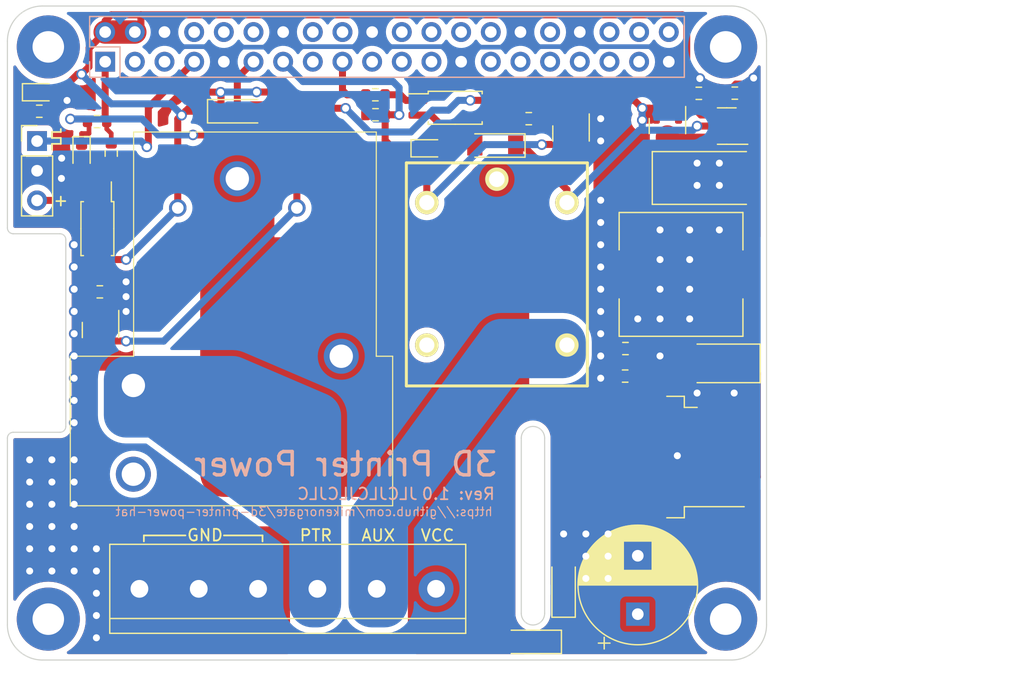
<source format=kicad_pcb>
(kicad_pcb (version 20211014) (generator pcbnew)
  (title_block (date "15 nov 2012"))
  (layers (0 "F.Cu" signal) (31 "B.Cu" signal) (34 "B.Paste" user) (35 "F.Paste" user) (36 "B.SilkS" user "B.Silkscreen") (37 "F.SilkS" user "F.Silkscreen") (38 "B.Mask" user) (39 "F.Mask" user) (44 "Edge.Cuts" user))
  (net 0 "")
  (net 1 "+3V3")
  (net 2 "+5V")
  (net 3 "GND")
  (net 4 "/ID_SD")
  (net 5 "/ID_SC")
  (net 6 "/GPIO5")
  (net 7 "/GPIO6")
  (net 8 "/GPIO26")
  (net 9 "/GPIO2(SDA1)")
  (net 10 "/GPIO3(SCL1)")
  (net 11 "/GPIO4(GCLK)")
  (net 12 "/GPIO14(TXD0)")
  (net 13 "/GPIO15(RXD0)")
  (net 14 "/GPIO17(GEN0)")
  (net 15 "/GPIO27(GEN2)")
  (net 16 "/GPIO22(GEN3)")
  (net 17 "/GPIO23(GEN4)")
  (net 18 "/GPIO24(GEN5)")
  (net 19 "/GPIO25(GEN6)")
  (net 20 "/GPIO18(GEN1)(PWM0)")
  (net 21 "/GPIO10(SPI0_MOSI)")
  (net 22 "/GPIO9(SPI0_MISO)")
  (net 23 "/GPIO11(SPI0_SCK)")
  (net 24 "/GPIO8(SPI0_CE_N)")
  (net 25 "/GPIO7(SPI1_CE_N)")
  (net 26 "/GPIO12(PWM0)")
  (net 27 "/GPIO13(PWM1)")
  (net 28 "/GPIO19(SPI1_MISO)")
  (net 29 "/GPIO16")
  (net 30 "/GPIO20(SPI1_MOSI)")
  (net 31 "/GPIO21(SPI1_SCK)")
  (net 32 "Net-(C1-Pad1)")
  (net 33 "+5VD")
  (net 34 "VCC")
  (net 35 "Net-(D3-Pad1)")
  (net 36 "Net-(D4-Pad1)")
  (net 37 "Net-(D5-Pad2)")
  (net 38 "Net-(D6-Pad2)")
  (net 39 "Net-(D7-Pad2)")
  (net 40 "Net-(D8-Pad2)")
  (net 41 "/PRINTER_PWR")
  (net 42 "/AUX_PWR")
  (net 45 "Net-(Q2-Pad2)")
  (net 46 "Net-(Q3-Pad2)")
  (net 47 "Net-(R3-Pad2)")
  (net 48 "Net-(R8-Pad2)")
  (net 49 "Net-(R9-Pad2)")
  (net 50 "Net-(R10-Pad1)")
  (net 51 "Net-(R11-Pad1)")
  (net 52 "Net-(Q4-Pad4)")
  (net 53 "Net-(Q4-Pad1)")
  (footprint "MountingHole:MountingHole_2.7mm_M2.5_Pad" (layer "F.Cu") (at 203.5 97.5 180)
    (fp_text reference "MK1")
    (fp_text value "M2.5")
  )
  (footprint "MountingHole:MountingHole_2.7mm_M2.5_Pad" (layer "F.Cu") (at 261.5 97.5 180)
    (fp_text reference "MK2")
    (fp_text value "M2.5")
  )
  (footprint "MountingHole:MountingHole_2.7mm_M2.5_Pad" (layer "F.Cu") (at 203.5 146.5)
    (fp_text reference "MK3")
    (fp_text value "M2.5")
  )
  (footprint "MountingHole:MountingHole_2.7mm_M2.5_Pad" (layer "F.Cu") (at 261.5 146.5)
    (fp_text reference "MK4")
    (fp_text value "M2.5")
  )
  (footprint "Resistor_SMD:R_0603_1608Metric" (layer "F.Cu") (at 202.73 103.01)
    (fp_text reference "R5")
    (fp_text value "1K")
  )
  (footprint "Resistor_SMD:R_0603_1608Metric" (layer "F.Cu") (at 207.678445 103.896292 180)
    (fp_text reference "R6")
    (fp_text value "10K")
  )
  (footprint "Diode_SMD:D_MiniMELF" (layer "F.Cu") (at 244.887961 148.447593 180)
    (fp_text reference "D1")
    (fp_text value "SS54")
  )
  (footprint "Diode_SMD:D_MiniMELF" (layer "F.Cu") (at 241.77199 105.945095 180)
    (fp_text reference "D8")
    (fp_text value "1N4148")
  )
  (footprint "Package_SO:SOP-4_4.4x2.6mm_P1.27mm" (layer "F.Cu") (at 207.705 113.06 -90)
    (fp_text reference "U2")
    (fp_text value "EL3H7")
  )
  (footprint "Package_TO_SOT_SMD:SOT-23-6" (layer "F.Cu") (at 261.595 104.28 180)
    (fp_text reference "Q4")
    (fp_text value "Q_Dual_PNP_PNP_C1B1B2C2E2E1")
  )
  (footprint "Resistor_SMD:R_0603_1608Metric" (layer "F.Cu") (at 262.284647 101.460271 180)
    (fp_text reference "R1")
    (fp_text value "10K")
  )
  (footprint "Package_TO_SOT_SMD:SOT-23" (layer "F.Cu") (at 248.26 104.915 -90)
    (fp_text reference "Q3")
    (fp_text value "S8050")
  )
  (footprint "Package_TO_SOT_SMD:SOT-23" (layer "F.Cu") (at 207.973378 121.742219 -90)
    (fp_text reference "Q2")
    (fp_text value "S8050")
  )
  (footprint "Package_SO:SOP-4_4.4x2.6mm_P1.27mm" (layer "F.Cu") (at 238.340555 102.712287)
    (fp_text reference "U3")
    (fp_text value "EL3H7")
  )
  (footprint "Package_TO_SOT_SMD:SOT-23" (layer "F.Cu") (at 256.515 104.28 -90)
    (fp_text reference "Q5")
    (fp_text value "DMG2305UX-7")
  )
  (footprint "Resistor_SMD:R_0603_1608Metric" (layer "F.Cu") (at 208.89 106.63 -90)
    (fp_text reference "R8")
    (fp_text value "1K")
  )
  (footprint "Capacitor_Tantalum_SMD:CP_EIA-7343-30_AVX-N" (layer "F.Cu") (at 259.6275 108.725)
    (fp_text reference "C2")
    (fp_text value "220uF")
  )
  (footprint "Resistor_SMD:R_0603_1608Metric" (layer "F.Cu") (at 252.895 125.687364 180)
    (fp_text reference "R4")
    (fp_text value "1K")
  )
  (footprint "Resistor_SMD:R_0603_1608Metric" (layer "F.Cu") (at 231.518382 103.30856)
    (fp_text reference "R7")
    (fp_text value "10K")
  )
  (footprint "TerminalBlock:TerminalBlock_bornier-6_P5.08mm" (layer "F.Cu") (at 211.303 143.904)
    (fp_text reference "J1")
    (fp_text value "Screw_Terminal")
  )
  (footprint "LED_SMD:LED_0603_1608Metric" (layer "F.Cu") (at 206.35 106.6675 -90)
    (fp_text reference "D5")
    (fp_text value "LED")
  )
  (footprint "Library:SRD-05VDC-SL-C" (layer "F.Cu") (at 241.91 108.83 -90)
    (fp_text reference "K1")
    (fp_text value "SRD-05VDC-SL-C" hide)
  )
  (footprint "Connector_PinHeader_2.54mm:PinHeader_1x03_P2.54mm_Vertical" (layer "F.Cu") (at 202.54 105.565)
    (fp_text reference "J4")
    (fp_text value "Conn_01x03_Male")
  )
  (footprint "Resistor_SMD:R_0603_1608Metric" (layer "F.Cu") (at 259.201894 101.478091)
    (fp_text reference "R2")
    (fp_text value "47K")
  )
  (footprint "LED_SMD:LED_0603_1608Metric" (layer "F.Cu") (at 236.0425 106.185)
    (fp_text reference "D6")
    (fp_text value "LED")
  )
  (footprint "Resistor_SMD:R_0603_1608Metric" (layer "F.Cu") (at 231.504477 101.599072)
    (fp_text reference "R9")
    (fp_text value "1K")
  )
  (footprint "Inductor_SMD:L_10.4x10.4_H4.8" (layer "F.Cu") (at 257.68 116.98 180)
    (fp_text reference "L1")
    (fp_text value "47uH")
  )
  (footprint "LED_SMD:LED_0603_1608Metric" (layer "F.Cu") (at 202.771537 101.384639)
    (fp_text reference "D4")
    (fp_text value "LED")
  )
  (footprint "Package_TO_SOT_SMD:TO-263-5_TabPin3" (layer "F.Cu") (at 255.01 132.62 180)
    (fp_text reference "U1")
    (fp_text value "LM2596S-5")
  )
  (footprint "Resistor_SMD:R_0603_1608Metric" (layer "F.Cu") (at 244.64 103.645)
    (fp_text reference "R11")
    (fp_text value "1K")
  )
  (footprint "Diode_SMD:D_MiniMELF" (layer "F.Cu") (at 219.685 103.01)
    (fp_text reference "D7")
    (fp_text value "1N4148")
  )
  (footprint "Capacitor_THT:CP_Radial_D10.0mm_P5.00mm" (layer "F.Cu") (at 253.975 146.072594 90)
    (fp_text reference "C1")
    (fp_text value "470uF")
  )
  (footprint "Diode_SMD:D_MiniMELF" (layer "F.Cu") (at 247.625 143.786694 90)
    (fp_text reference "D2")
    (fp_text value "1N4148")
  )
  (footprint "Resistor_SMD:R_0603_1608Metric" (layer "F.Cu") (at 252.920534 123.33)
    (fp_text reference "R3")
    (fp_text value "3K")
  )
  (footprint "Library:SLA05VDCSLC" (layer "F.Cu") (at 219.685 108.79 180)
    (fp_text reference "K2")
    (fp_text value "SLA-05VDC-SL-C" hide)
  )
  (footprint "Diode_SMD:D_SMA" (layer "F.Cu") (at 261.055 124.6 180)
    (fp_text reference "D3")
    (fp_text value "SK34")
  )
  (footprint "Resistor_SMD:R_0603_1608Metric" (layer "F.Cu") (at 207.913363 118.476095)
    (fp_text reference "R10")
    (fp_text value "1K")
  )
  (footprint "Connector_PinSocket_2.54mm:PinSocket_2x20_P2.54mm_Vertical" (layer "B.Cu") (at 208.37 98.77 -90)
    (fp_text reference "P1")
    (fp_text value "Conn_02x20_Odd_Even")
  )
  (gr_line (start 221.844 139.84) (end 221.844 139.332) (layer "F.SilkS") (width 0.15))
  (gr_line (start 204.572 104.534) (end 204.572 104.788) (layer "F.SilkS") (width 0.15))
  (gr_line (start 211.684 139.332) (end 215.24 139.332) (layer "F.SilkS") (width 0.15))
  (gr_line (start 204.572 105.804) (end 203.81 105.804) (layer "F.SilkS") (width 0.15))
  (gr_line (start 204.572 105.296) (end 204.572 105.804) (layer "F.SilkS") (width 0.15))
  (gr_line (start 203.81 105.804) (end 203.81 106.312) (layer "F.SilkS") (width 0.15))
  (gr_line (start 204.572 104.788) (end 203.81 104.788) (layer "F.SilkS") (width 0.15))
  (gr_line (start 221.844 139.332) (end 218.542 139.332) (layer "F.SilkS") (width 0.15))
  (gr_line (start 211.684 139.84) (end 211.684 139.332) (layer "F.SilkS") (width 0.15))
  (gr_line (start 203.81 104.788) (end 203.81 105.296) (layer "F.SilkS") (width 0.15))
  (gr_line (start 203.81 105.296) (end 204.572 105.296) (layer "F.SilkS") (width 0.15))
  (gr_arc (start 244 131) (mid 245 130) (end 246 131) (layer "Edge.Cuts") (width 0.1))
  (gr_arc (start 262 94) (mid 264.12132 94.87868) (end 265 97) (layer "Edge.Cuts") (width 0.1))
  (gr_line (start 204.5 130.5) (end 200.5 130.5) (layer "Edge.Cuts") (width 0.1))
  (gr_line (start 200 131) (end 200 147) (layer "Edge.Cuts") (width 0.1))
  (gr_line (start 205 114) (end 205 130) (layer "Edge.Cuts") (width 0.1))
  (gr_line (start 262 94) (end 203 94) (layer "Edge.Cuts") (width 0.1))
  (gr_arc (start 200 131) (mid 200.146138 130.646755) (end 200.499127 130.500001) (layer "Edge.Cuts") (width 0.1))
  (gr_line (start 246 131) (end 246 146) (layer "Edge.Cuts") (width 0.1))
  (gr_arc (start 205 130) (mid 204.853553 130.353553) (end 204.5 130.5) (layer "Edge.Cuts") (width 0.1))
  (gr_line (start 203 150) (end 262 150) (layer "Edge.Cuts") (width 0.1))
  (gr_arc (start 200 97) (mid 200.87868 94.87868) (end 203 94) (layer "Edge.Cuts") (width 0.1))
  (gr_arc (start 200.5 113.5) (mid 200.146447 113.353553) (end 200 113) (layer "Edge.Cuts") (width 0.1))
  (gr_arc (start 246 146) (mid 245 147) (end 244 146) (layer "Edge.Cuts") (width 0.1))
  (gr_arc (start 203 150) (mid 200.87868 149.12132) (end 200 147) (layer "Edge.Cuts") (width 0.1))
  (gr_arc (start 204.5 113.5) (mid 204.853553 113.646447) (end 205 114) (layer "Edge.Cuts") (width 0.1))
  (gr_arc (start 265 147) (mid 264.12132 149.12132) (end 262 150) (layer "Edge.Cuts") (width 0.1))
  (gr_line (start 265 147) (end 265 97) (layer "Edge.Cuts") (width 0.1))
  (gr_line (start 200 97) (end 200 113) (layer "Edge.Cuts") (width 0.1))
  (gr_line (start 200.5 113.5) (end 204.5 113.5) (layer "Edge.Cuts") (width 0.1))
  (gr_line (start 244 146) (end 244 131) (layer "Edge.Cuts") (width 0.1))
  (gr_text "Rev: 1.0" (at 238.608 135.776) (layer "B.SilkS") (effects (font (size 1 1)) (justify mirror)))
  (gr_text "3D Printer Power" (at 228.956 133.236) (layer "B.SilkS") (effects (font (size 2 2) (thickness 0.3)) (justify mirror)))
  (gr_text "https://github.com/mikenorgate/3d-printer-power-hat" (at 225.4 137.3) (layer "B.SilkS") (effects (font (size 0.75 0.75) (thickness 0.1)) (justify mirror)))
  (gr_text "JLCJLCJLCJLC" (at 229.972 135.776) (layer "B.SilkS") (effects (font (size 1 1)) (justify mirror)))
  (gr_text "VCC" (at 236.83 139.332) (layer "F.SilkS") (effects (font (size 1 1))))
  (gr_text "AUX" (at 231.75 139.332) (layer "F.SilkS") (effects (font (size 1 1))))
  (gr_text "PTR" (at 226.416 139.332) (layer "F.SilkS") (effects (font (size 1 1))))
  (gr_text "+" (at 204.572 110.63) (layer "F.SilkS") (effects (font (size 1 1))))
  (gr_text "GND" (at 216.921832 139.31086) (layer "F.SilkS") (effects (font (size 1 1))))
  (segment (start 228.69 101.22) (end 229.069072 101.599072) (width 0.6) (layer "F.Cu") (net 1))
  (segment (start 208.37 98.77) (end 208.37 103.762847) (width 0.6) (layer "F.Cu") (net 1))
  (segment (start 230.679477 103.294655) (end 230.693382 103.30856) (width 0.6) (layer "F.Cu") (net 1))
  (segment (start 228.69 98.77) (end 228.69 101.22) (width 0.6) (layer "F.Cu") (net 1))
  (segment (start 208.503445 104.528445) (end 208.89 104.915) (width 0.4) (layer "F.Cu") (net 1))
  (segment (start 229.069072 101.599072) (end 230.679477 101.599072) (width 0.6) (layer "F.Cu") (net 1))
  (segment (start 230.679477 101.599072) (end 230.679477 103.294655) (width 0.6) (layer "F.Cu") (net 1))
  (segment (start 208.89 104.915) (end 208.89 105.805) (width 0.4) (layer "F.Cu") (net 1))
  (segment (start 208.503445 103.896292) (end 208.503445 104.528445) (width 0.4) (layer "F.Cu") (net 1))
  (segment (start 208.37 103.762847) (end 208.503445 103.896292) (width 0.6) (layer "F.Cu") (net 1))
  (segment (start 208.89 94.755) (end 211.43 94.755) (width 0.6) (layer "F.Cu") (net 2))
  (segment (start 203.559037 101.384639) (end 204.45135 101.384639) (width 0.6) (layer "F.Cu") (net 2))
  (segment (start 253.677287 102.077287) (end 254.356 102.756) (width 0.6) (layer "F.Cu") (net 2))
  (segment (start 255.372 102.756) (end 255.565 102.563) (width 0.6) (layer "F.Cu") (net 2))
  (segment (start 208.34 113.636) (end 205.349 110.645) (width 0.6) (layer "F.Cu") (net 2))
  (segment (start 254.356 103.264) (end 254.356 103.772) (width 0.6) (layer "F.Cu") (net 2))
  (segment (start 258.166 99.454) (end 255.565 102.055) (width 0.6) (layer "F.Cu") (net 2))
  (segment (start 255.565 102.055) (end 255.565 102.563) (width 0.6) (layer "F.Cu") (net 2))
  (segment (start 217.935 103.01) (end 215.24 103.01) (width 0.6) (layer "F.Cu") (net 2))
  (segment (start 258.166 95.133533) (end 257.787467 94.755) (width 0.6) (layer "F.Cu") (net 2))
  (segment (start 208.37 96.23) (end 206.985 97.615) (width 0.6) (layer "F.Cu") (net 2))
  (segment (start 216.892688 101.374005) (end 214.914183 103.35251) (width 0.6) (layer "F.Cu") (net 2))
  (segment (start 218.288 101.232) (end 218.288 102.657) (width 0.6) (layer "F.Cu") (net 2))
  (segment (start 224.516843 101.364843) (end 221.336 101.364843) (width 0.6) (layer "F.Cu") (net 2))
  (segment (start 208.34 116.2475) (end 208.34 113.636) (width 0.6) (layer "F.Cu") (net 2))
  (segment (start 208.37 95.275) (end 208.89 94.755) (width 0.6) (layer "F.Cu") (net 2))
  (segment (start 254.9785 102.756) (end 255.565 103.3425) (width 0.6) (layer "F.Cu") (net 2))
  (segment (start 208.37 96.23) (end 210.91 96.23) (width 2) (layer "F.Cu") (net 2))
  (segment (start 204.45135 101.384639) (end 206.000989 99.835) (width 0.6) (layer "F.Cu") (net 2))
  (segment (start 228.956 102.756) (end 225.908 102.756) (width 0.6) (layer "F.Cu") (net 2))
  (segment (start 254.356 102.756) (end 254.356 103.264) (width 0.6) (layer "F.Cu") (net 2))
  (segment (start 247.91 109.717812) (end 247.91 110.83) (width 0.6) (layer "F.Cu") (net 2))
  (segment (start 208.8775 115.71) (end 208.34 116.2475) (width 0.6) (layer "F.Cu") (net 2))
  (segment (start 254.356 103.264) (end 255.4865 103.264) (width 0.6) (layer "F.Cu") (net 2))
  (segment (start 254.356 103.772) (end 255.1355 103.772) (width 0.6) (layer "F.Cu") (net 2))
  (segment (start 205.349 110.645) (end 202.54 110.645) (width 0.6) (layer "F.Cu") (net 2))
  (segment (start 241.528055 102.077287) (end 253.677287 102.077287) (width 0.6) (layer "F.Cu") (net 2))
  (segment (start 225.908 102.756) (end 224.516843 101.364843) (width 0.6) (layer "F.Cu") (net 2))
  (segment (start 206.000989 99.835) (end 206.35 99.835) (width 0.6) (layer "F.Cu") (net 2))
  (segment (start 243.52199 105.945095) (end 244.137283 105.945095) (width 0.6) (layer "F.Cu") (net 2))
  (segment (start 218.315636 101.374005) (end 216.892688 101.374005) (width 0.6) (layer "F.Cu") (net 2))
  (segment (start 211.43 95.71) (end 210.91 96.23) (width 0.6) (layer "F.Cu") (net 2))
  (segment (start 214.9225 103.3275) (end 214.585 103.665) (width 0.6) (layer "F.Cu") (net 2))
  (segment (start 208.37 96.23) (end 208.37 95.275) (width 0.6) (layer "F.Cu") (net 2))
  (segment (start 254.356 102.756) (end 254.9785 102.756) (width 0.6) (layer "F.Cu") (net 2))
  (segment (start 255.1355 103.772) (end 255.565 103.3425) (width 0.6) (layer "F.Cu") (net 2))
  (segment (start 214.585 103.665) (end 214.585 111.29) (width 0.6) (layer "F.Cu") (net 2))
  (segment (start 258.166 99.454) (end 258.166 95.133533) (width 0.6) (layer "F.Cu") (net 2))
  (segment (start 244.137283 105.945095) (end 247.91 109.717812) (width 0.6) (layer "F.Cu") (net 2))
  (segment (start 218.288 102.657) (end 217.935 103.01) (width 0.6) (layer "F.Cu") (net 2))
  (segment (start 255.565 102.563) (end 255.565 103.3425) (width 0.6) (layer "F.Cu") (net 2))
  (segment (start 259.055 104.28) (end 260.295 104.28) (width 0.6) (layer "F.Cu") (net 2))
  (segment (start 210.16 115.71) (end 208.8775 115.71) (width 0.6) (layer "F.Cu") (net 2))
  (segment (start 254.356 102.756) (end 255.372 102.756) (width 0.6) (layer "F.Cu") (net 2))
  (segment (start 206.985 97.615) (end 206.985 99.2) (width 0.6) (layer "F.Cu") (net 2))
  (segment (start 255.4865 103.264) (end 255.565 103.3425) (width 0.6) (layer "F.Cu") (net 2))
  (segment (start 206.985 99.2) (end 206.35 99.835) (width 0.6) (layer "F.Cu") (net 2))
  (segment (start 257.787467 94.755) (end 211.43 94.755) (width 0.6) (layer "F.Cu") (net 2))
  (segment (start 211.43 94.755) (end 211.43 95.71) (width 0.6) (layer "F.Cu") (net 2))
  (segment (start 241.528055 102.077287) (end 239.624 102.077287) (width 0.6) (layer "F.Cu") (net 2))
  (via (at 221.336 101.364843) (size 0.9) (drill 0.6) (layers "F.Cu" "B.Cu") (net 2))
  (via (at 210.16 115.71) (size 0.9) (drill 0.6) (layers "F.Cu" "B.Cu") (net 2))
  (via (at 254.356 103.772) (size 0.9) (drill 0.6) (layers "F.Cu" "B.Cu") (net 2))
  (via (at 259.055 104.28) (size 0.9) (drill 0.6) (layers "F.Cu" "B.Cu") (net 2))
  (via (at 228.956 102.756) (size 0.9) (drill 0.6) (layers "F.Cu" "B.Cu") (net 2))
  (via (at 214.914183 103.35251) (size 0.9) (drill 0.6) (layers "F.Cu" "B.Cu") (net 2))
  (via (at 218.253239 101.378586) (size 0.9) (drill 0.6) (layers "F.Cu" "B.Cu") (net 2))
  (via (at 206.35 99.835) (size 0.9) (drill 0.6) (layers "F.Cu" "B.Cu") (net 2))
  (via (at 239.624 102.077287) (size 0.9) (drill 0.6) (layers "F.Cu" "B.Cu") (net 2))
  (via (at 254.356 102.756) (size 0.9) (drill 0.6) (layers "F.Cu" "B.Cu") (net 2))
  (segment (start 254.356 104.482164) (end 254.508918 104.635082) (width 0.6) (layer "B.Cu") (net 2))
  (segment (start 208.89 102.375) (end 213.97 102.375) (width 0.6) (layer "B.Cu") (net 2))
  (segment (start 210.16 115.71) (end 210.165 115.71) (width 0.6) (layer "B.Cu") (net 2))
  (segment (start 254.508918 104.635082) (end 254.104918 104.635082) (width 0.6) (layer "B.Cu") (net 2))
  (segment (start 236.413212 102.918788) (end 234.544 104.788) (width 0.6) (layer "B.Cu") (net 2))
  (segment (start 221.336 101.364843) (end 218.266982 101.364843) (width 0.6) (layer "B.Cu") (net 2))
  (segment (start 254.356 103.772) (end 254.356 104.482164) (width 0.6) (layer "B.Cu") (net 2))
  (segment (start 237.766499 102.918788) (end 236.413212 102.918788) (width 0.6) (layer "B.Cu") (net 2))
  (segment (start 238.608 102.077287) (end 239.624 102.077287) (width 0.6) (layer "B.Cu") (net 2))
  (segment (start 213.97 102.375) (end 214.9225 103.3275) (width 0.6) (layer "B.Cu") (net 2))
  (segment (start 206.35 99.835) (end 208.89 102.375) (width 0.6) (layer "B.Cu") (net 2))
  (segment (start 218.266982 101.364843) (end 218.253239 101.378586) (width 0.6) (layer "B.Cu") (net 2))
  (segment (start 210.165 115.71) (end 214.585 111.29) (width 0.6) (layer "B.Cu") (net 2))
  (segment (start 230.988 104.788) (end 228.956 102.756) (width 0.6) (layer "B.Cu") (net 2))
  (segment (start 254.356 102.756) (end 254.356 103.772) (width 0.6) (layer "B.Cu") (net 2))
  (segment (start 258.699918 104.635082) (end 259.055 104.28) (width 0.6) (layer "B.Cu") (net 2))
  (segment (start 234.544 104.788) (end 230.988 104.788) (width 0.6) (layer "B.Cu") (net 2))
  (segment (start 254.870423 104.635082) (end 254.508918 104.635082) (width 0.6) (layer "B.Cu") (net 2))
  (segment (start 254.870423 104.635082) (end 258.699918 104.635082) (width 0.6) (layer "B.Cu") (net 2))
  (segment (start 238.608 102.077287) (end 237.766499 102.918788) (width 0.6) (layer "B.Cu") (net 2))
  (segment (start 254.104918 104.635082) (end 247.91 110.83) (width 0.6) (layer "B.Cu") (net 2))
  (segment (start 249.21 103.9775) (end 250.4675 103.9775) (width 1.13) (layer "F.Cu") (net 3))
  (segment (start 263.476193 100.585751) (end 262.334167 100.585751) (width 0.4) (layer "F.Cu") (net 3))
  (segment (start 262.334167 100.585751) (end 261.459647 101.460271) (width 0.4) (layer "F.Cu") (net 3))
  (segment (start 263.894034 100.16791) (end 263.476193 100.585751) (width 0.4) (layer "F.Cu") (net 3))
  (segment (start 250.4675 103.9775) (end 250.8 103.645) (width 1.13) (layer "F.Cu") (net 3))
  (via (at 250.8 103.645) (size 0.9) (drill 0.6) (layers "F.Cu" "B.Cu") (net 3))
  (via (at 258.42 118.25) (size 0.9) (drill 0.6) (layers "F.Cu" "B.Cu") (net 3))
  (via (at 205.715 118.25) (size 0.9) (drill 0.6) (layers "F.Cu" "B.Cu") (net 3))
  (via (at 207.62 140.475) (size 0.9) (drill 0.6) (layers "F.Cu" "B.Cu") (net 3))
  (via (at 210.16 117.615) (size 0.9) (drill 0.6) (layers "F.Cu" "B.Cu") (net 3))
  (via (at 258.42 115.71) (size 0.9) (drill 0.6) (layers "F.Cu" "B.Cu") (net 3))
  (via (at 255.88 113.17) (size 0.9) (drill 0.6) (layers "F.Cu" "B.Cu") (net 3))
  (via (at 201.905 140.475) (size 0.9) (drill 0.6) (layers "F.Cu" "B.Cu") (net 3))
  (via (at 255.88 115.71) (size 0.9) (drill 0.6) (layers "F.Cu" "B.Cu") (net 3))
  (via (at 249.53 139.205) (size 0.9) (drill 0.6) (layers "F.Cu" "B.Cu") (net 3))
  (via (at 251.435 143.015) (size 0.9) (drill 0.6) (layers "F.Cu" "B.Cu") (net 3))
  (via (at 201.905 136.665) (size 0.9) (drill 0.6) (layers "F.Cu" "B.Cu") (net 3))
  (via (at 205.715 116.345) (size 0.9) (drill 0.6) (layers "F.Cu" "B.Cu") (net 3))
  (via (at 203.81 136.665) (size 0.9) (drill 0.6) (layers "F.Cu" "B.Cu") (net 3))
  (via (at 203.81 134.76) (size 0.9) (drill 0.6) (layers "F.Cu" "B.Cu") (net 3))
  (via (at 250.8 116.345) (size 0.9) (drill 0.6) (layers "F.Cu" "B.Cu") (net 3))
  (via (at 207.62 142.38) (size 0.9) (drill 0.6) (layers "F.Cu" "B.Cu") (net 3))
  (via (at 210.16 120.155) (size 0.9) (drill 0.6) (layers "F.Cu" "B.Cu") (net 3))
  (via (at 253.975 120.79) (size 0.9) (drill 0.6) (layers "F.Cu" "B.Cu") (net 3))
  (via (at 257.362763 132.505327) (size 0.9) (drill 0.6) (layers "F.Cu" "B.Cu") (net 3))
  (via (at 260.96 113.17) (size 0.9) (drill 0.6) (layers "F.Cu" "B.Cu") (net 3))
  (via (at 251.435 139.205) (size 0.9) (drill 0.6) (layers "F.Cu" "B.Cu") (net 3))
  (via (at 260.96 107.455) (size 0.9) (drill 0.6) (layers "F.Cu" "B.Cu") (net 3))
  (via (at 205.715 138.57) (size 0.9) (drill 0.6) (layers "F.Cu" "B.Cu") (net 3))
  (via (at 203.81 142.38) (size 0.9) (drill 0.6) (layers "F.Cu" "B.Cu") (net 3))
  (via (at 201.905 142.38) (size 0.9) (drill 0.6) (layers "F.Cu" "B.Cu") (net 3))
  (via (at 250.8 118.25) (size 0.9) (drill 0.6) (layers "F.Cu" "B.Cu") (net 3))
  (via (at 250.8 110.63) (size 0.9) (drill 0.6) (layers "F.Cu" "B.Cu") (net 3))
  (via (at 263.894034 100.16791) (size 0.9) (drill 0.6) (layers "F.Cu" "B.Cu") (net 3))
  (via (at 250.8 122.06) (size 0.9) (drill 0.6) (layers "F.Cu" "B.Cu") (net 3))
  (via (at 250.8 123.965) (size 0.9) (drill 0.6) (layers "F.Cu" "B.Cu") (net 3))
  (via (at 250.8 105.55) (size 0.9) (drill 0.6) (layers "F.Cu" "B.Cu") (net 3))
  (via (at 258.42 120.79) (size 0.9) (drill 0.6) (layers "F.Cu" "B.Cu") (net 3))
  (via (at 259.288908 100.208071) (size 0.9) (drill 0.6) (layers "F.Cu" "B.Cu") (net 3))
  (via (at 205.715 114.44) (size 0.9) (drill 0.6) (layers "F.Cu" "B.Cu") (net 3))
  (via (at 207.62 144.285) (size 0.9) (drill 0.6) (layers "F.Cu" "B.Cu") (net 3))
  (via (at 249.53 143.015) (size 0.9) (drill 0.6) (layers "F.Cu" "B.Cu") (net 3))
  (via (at 201.905 138.57) (size 0.9) (drill 0.6) (layers "F.Cu" "B.Cu") (net 3))
  (via (at 255.88 123.965) (size 0.9) (drill 0.6) (layers "F.Cu" "B.Cu") (net 3))
  (via (at 205.715 122.06) (size 0.9) (drill 0.6) (layers "F.Cu" "B.Cu") (net 3))
  (via (at 259.055 109.36) (size 0.9) (drill 0.6) (layers "F.Cu" "B.Cu") (net 3))
  (via (at 250.8 114.44) (size 0.9) (drill 0.6) (layers "F.Cu" "B.Cu") (net 3))
  (via (at 250.8 120.155) (size 0.9) (drill 0.6) (layers "F.Cu" "B.Cu") (net 3))
  (via (at 260.96 109.36) (size 0.9) (drill 0.6) (layers "F.Cu" "B.Cu") (net 3))
  (via (at 205.105978 102.086712) (size 0.9) (drill 0.6) (layers "F.Cu" "B.Cu") (net 3))
  (via (at 204.624842 108.762878) (size 0.9) (drill 0.6) (layers "F.Cu" "B.Cu") (net 3))
  (via (at 205.715 123.965) (size 0.9) (drill 0.6) (layers "F.Cu" "B.Cu") (net 3))
  (via (at 210.16 118.885) (size 0.9) (drill 0.6) (layers "F.Cu" "B.Cu") (net 3))
  (via (at 262.23 127.14) (size 0.9) (drill 0.6) (layers "F.Cu" "B.Cu") (net 3))
  (via (at 249.53 141.11) (size 0.9) (drill 0.6) (layers "F.Cu" "B.Cu") (net 3))
  (via (at 205.715 134.76) (size 0.9) (drill 0.6) (layers "F.Cu" "B.Cu") (net 3))
  (via (at 205.715 140.475) (size 0.9) (drill 0.6) (layers "F.Cu" "B.Cu") (net 3))
  (via (at 201.905 132.855) (size 0.9) (drill 0.6) (layers "F.Cu" "B.Cu") (net 3))
  (via (at 203.81 140.475) (size 0.9) (drill 0.6) (layers "F.Cu" "B.Cu") (net 3))
  (via (at 205.715 125.87) (size 0.9) (drill 0.6) (layers "F.Cu" "B.Cu") (net 3))
  (via (at 207.62 146.19) (size 0.9) (drill 0.6) (layers "F.Cu" "B.Cu") (net 3))
  (via (at 251.435 141.11) (size 0.9) (drill 0.6) (layers "F.Cu" "B.Cu") (net 3))
  (via (at 205.715 132.855) (size 0.9) (drill 0.6) (layers "F.Cu" "B.Cu") (net 3))
  (via (at 204.642691 107.031493) (size 0.9) (drill 0.6) (layers "F.Cu" "B.Cu") (net 3))
  (via (at 203.81 138.57) (size 0.9) (drill 0.6) (layers "F.Cu" "B.Cu") (net 3))
  (via (at 250.8 112.535) (size 0.9) (drill 0.6) (layers "F.Cu" "B.Cu") (net 3))
  (via (at 203.81 132.855) (size 0.9) (drill 0.6) (layers "F.Cu" "B.Cu") (net 3))
  (via (at 255.88 120.79) (size 0.9) (drill 0.6) (layers "F.Cu" "B.Cu") (net 3))
  (via (at 205.715 120.155) (size 0.9) (drill 0.6) (layers "F.Cu" "B.Cu") (net 3))
  (via (at 201.905 134.76) (size 0.9) (drill 0.6) (layers "F.Cu" "B.Cu") (net 3))
  (via (at 205.715 142.38) (size 0.9) (drill 0.6) (layers "F.Cu" "B.Cu") (net 3))
  (via (at 205.715 129.68) (size 0.9) (drill 0.6) (layers "F.Cu" "B.Cu") (net 3))
  (via (at 205.715 127.775) (size 0.9) (drill 0.6) (layers "F.Cu" "B.Cu") (net 3))
  (via (at 205.715 136.665) (size 0.9) (drill 0.6) (layers "F.Cu" "B.Cu") (net 3))
  (via (at 207.62 148.095) (size 0.9) (drill 0.6) (layers "F.Cu" "B.Cu") (net 3))
  (via (at 258.42 113.17) (size 0.9) (drill 0.6) (layers "F.Cu" "B.Cu") (net 3))
  (via (at 247.625 139.205) (size 0.9) (drill 0.6) (layers "F.Cu" "B.Cu") (net 3))
  (via (at 259.055 107.455) (size 0.9) (drill 0.6) (layers "F.Cu" "B.Cu") (net 3))
  (via (at 250.8 125.87) (size 0.9) (drill 0.6) (layers "F.Cu" "B.Cu") (net 3))
  (via (at 259.055 127.14) (size 0.9) (drill 0.6) (layers "F.Cu" "B.Cu") (net 3))
  (via (at 255.88 118.25) (size 0.9) (drill 0.6) (layers "F.Cu" "B.Cu") (net 3))
  (segment (start 247.760489 97.479511) (end 249.01 96.23) (width 0.4) (layer "B.Cu") (net 3))
  (segment (start 238.85 98.77) (end 240.099511 97.520489) (width 0.4) (layer "B.Cu") (net 3))
  (segment (start 219.779511 97.520489) (end 222.319511 97.520489) (width 0.4) (layer "B.Cu") (net 3))
  (segment (start 224.859511 97.479511) (end 229.980489 97.479511) (width 0.4) (layer "B.Cu") (net 3))
  (segment (start 217.239511 97.479511) (end 218.53 98.77) (width 0.4) (layer "B.Cu") (net 3))
  (segment (start 250.259511 97.479511) (end 255.339511 97.479511) (width 0.4) (layer "B.Cu") (net 3))
  (segment (start 214.699511 97.479511) (end 217.239511 97.479511) (width 0.4) (layer "B.Cu") (net 3))
  (segment (start 213.45 96.23) (end 214.699511 97.479511) (width 0.4) (layer "B.Cu") (net 3))
  (segment (start 229.980489 97.479511) (end 231.23 96.23) (width 0.4) (layer "B.Cu") (net 3))
  (segment (start 218.53 98.77) (end 219.779511 97.520489) (width 0.4) (layer "B.Cu") (net 3))
  (segment (start 232.479511 97.479511) (end 237.559511 97.479511) (width 0.4) (layer "B.Cu") (net 3))
  (segment (start 255.339511 97.479511) (end 256.63 98.77) (width 0.4) (layer "B.Cu") (net 3))
  (segment (start 240.099511 97.520489) (end 242.639511 97.520489) (width 0.4) (layer "B.Cu") (net 3))
  (segment (start 242.639511 97.520489) (end 243.93 96.23) (width 0.4) (layer "B.Cu") (net 3))
  (segment (start 222.319511 97.520489) (end 223.61 96.23) (width 0.4) (layer "B.Cu") (net 3))
  (segment (start 243.93 96.23) (end 245.179511 97.479511) (width 0.4) (layer "B.Cu") (net 3))
  (segment (start 237.559511 97.479511) (end 238.85 98.77) (width 0.4) (layer "B.Cu") (net 3))
  (segment (start 249.01 96.23) (end 250.259511 97.479511) (width 0.4) (layer "B.Cu") (net 3))
  (segment (start 231.23 96.23) (end 232.479511 97.479511) (width 0.4) (layer "B.Cu") (net 3))
  (segment (start 245.179511 97.479511) (end 247.760489 97.479511) (width 0.4) (layer "B.Cu") (net 3))
  (segment (start 223.61 96.23) (end 224.859511 97.479511) (width 0.4) (layer "B.Cu") (net 3))
  (segment (start 212.065 105.931) (end 211.938 106.058) (width 0.6) (layer "F.Cu") (net 11))
  (segment (start 215.99 98.77) (end 212.065 102.695) (width 0.6) (layer "F.Cu") (net 11))
  (segment (start 212.065 102.695) (end 212.065 105.931) (width 0.6) (layer "F.Cu") (net 11))
  (via (at 211.938 106.058) (size 0.9) (drill 0.6) (layers "F.Cu" "B.Cu") (net 11))
  (segment (start 211.938 106.058) (end 211.445 105.565) (width 0.6) (layer "B.Cu") (net 11))
  (segment (start 211.445 105.565) (end 202.54 105.565) (width 0.6) (layer "B.Cu") (net 11))
  (segment (start 206.35 105.88) (end 206.35 104.915) (width 0.4) (layer "F.Cu") (net 14))
  (segment (start 219.685 103.759022) (end 218.405068 105.038954) (width 0.6) (layer "F.Cu") (net 14))
  (segment (start 205.393712 103.671773) (end 206.628926 103.671773) (width 0.6) (layer "F.Cu") (net 14))
  (segment (start 206.985 104.915) (end 206.985 104.027847) (width 0.4) (layer "F.Cu") (net 14))
  (segment (start 206.35 104.915) (end 206.985 104.915) (width 0.4) (layer "F.Cu") (net 14))
  (segment (start 219.685 100.155) (end 219.685 103.759022) (width 0.6) (layer "F.Cu") (net 14))
  (segment (start 221.07 98.77) (end 219.685 100.155) (width 0.6) (layer "F.Cu") (net 14))
  (segment (start 206.628926 103.671773) (end 206.853445 103.896292) (width 0.6) (layer "F.Cu") (net 14))
  (segment (start 206.985 104.027847) (end 206.853445 103.896292) (width 0.4) (layer "F.Cu") (net 14))
  (segment (start 218.405068 105.038954) (end 215.886879 105.038954) (width 0.6) (layer "F.Cu") (net 14))
  (via (at 215.886879 105.038954) (size 0.9) (drill 0.6) (layers "F.Cu" "B.Cu") (net 14))
  (via (at 205.393712 103.671773) (size 0.9) (drill 0.6) (layers "F.Cu" "B.Cu") (net 14))
  (segment (start 212.896766 105.038954) (end 211.529585 103.671773) (width 0.6) (layer "B.Cu") (net 14))
  (segment (start 215.886879 105.038954) (end 212.896766 105.038954) (width 0.6) (layer "B.Cu") (net 14))
  (segment (start 211.529585 103.671773) (end 205.393712 103.671773) (width 0.6) (layer "B.Cu") (net 14))
  (segment (start 233.53981 103.312089) (end 232.346911 103.312089) (width 0.6) (layer "F.Cu") (net 15))
  (segment (start 232.343382 105.508382) (end 233.02 106.185) (width 0.6) (layer "F.Cu") (net 15))
  (segment (start 233.02 106.185) (end 235.255 106.185) (width 0.6) (layer "F.Cu") (net 15))
  (segment (start 232.343382 103.30856) (end 232.343382 105.508382) (width 0.6) (layer "F.Cu") (net 15))
  (segment (start 232.346911 103.312089) (end 232.343382 103.30856) (width 0.6) (layer "F.Cu") (net 15))
  (via (at 233.53981 103.312089) (size 0.9) (drill 0.6) (layers "F.Cu" "B.Cu") (net 15))
  (segment (start 233.02 100.47) (end 233.53981 100.98981) (width 0.6) (layer "B.Cu") (net 15))
  (segment (start 225.31 100.47) (end 233.02 100.47) (width 0.6) (layer "B.Cu") (net 15))
  (segment (start 233.53981 100.98981) (end 233.53981 103.312089) (width 0.6) (layer "B.Cu") (net 15))
  (segment (start 223.61 98.77) (end 225.31 100.47) (width 0.6) (layer "B.Cu") (net 15))
  (segment (start 253.13 119.73) (end 252.07 120.79) (width 0.6) (layer "F.Cu") (net 33))
  (segment (start 253.13 116.98) (end 253.13 119.73) (width 0.6) (layer "F.Cu") (net 33))
  (segment (start 253.53 111.71) (end 256.515 108.725) (width 2) (layer "F.Cu") (net 33))
  (segment (start 252.07 123.304466) (end 252.095534 123.33) (width 0.6) (layer "F.Cu") (net 33))
  (segment (start 260.4575 105.23) (end 256.5275 105.23) (width 0.6) (layer "F.Cu") (net 33))
  (segment (start 252.07 120.79) (end 252.07 123.304466) (width 0.6) (layer "F.Cu") (net 33))
  (segment (start 253.53 116.98) (end 253.53 111.71) (width 2) (layer "F.Cu") (net 33))
  (segment (start 256.515 105.2175) (end 256.515 108.725) (width 2) (layer "F.Cu") (net 33))
  (segment (start 260.785 134.32) (end 263.94 134.32) (width 1.13) (layer "F.Cu") (net 35))
  (segment (start 261.83 116.98) (end 261.83 120.39) (width 2) (layer "F.Cu") (net 35))
  (segment (start 263.94 125.485) (end 263.055 124.6) (width 1.13) (layer "F.Cu") (net 35))
  (segment (start 263.94 134.32) (end 263.94 125.485) (width 1.13) (layer "F.Cu") (net 35))
  (segment (start 261.83 120.39) (end 263.055 121.615) (width 2) (layer "F.Cu") (net 35))
  (segment (start 263.055 121.615) (end 263.055 124.6) (width 2) (layer "F.Cu") (net 35))
  (segment (start 201.984037 102.930963) (end 201.905 103.01) (width 0.6) (layer "F.Cu") (net 36))
  (segment (start 201.984037 101.384639) (end 201.984037 102.930963) (width 0.6) (layer "F.Cu") (net 36))
  (segment (start 207.07 108.683) (end 206.35 107.963) (width 0.4) (layer "F.Cu") (net 37))
  (segment (start 206.35 107.963) (end 206.35 107.455) (width 0.4) (layer "F.Cu") (net 37))
  (segment (start 207.07 109.8725) (end 207.07 108.683) (width 0.4) (layer "F.Cu") (net 37))
  (segment (start 236.83 103.899) (end 236.83 106.185) (width 0.6) (layer "F.Cu") (net 38))
  (segment (start 235.153055 103.347287) (end 236.278287 103.347287) (width 0.6) (layer "F.Cu") (net 38))
  (segment (start 236.278287 103.347287) (end 236.83 103.899) (width 0.6) (layer "F.Cu") (net 38))
  (segment (start 210.144719 122.679719) (end 210.16 122.695) (width 0.6) (layer "F.Cu") (net 39))
  (segment (start 221.435 103.01) (end 224.13 103.01) (width 0.6) (layer "F.Cu") (net 39))
  (segment (start 224.13 103.01) (end 224.785 103.665) (width 0.6) (layer "F.Cu") (net 39))
  (segment (start 207.973378 122.679719) (end 210.144719 122.679719) (width 0.6) (layer "F.Cu") (net 39))
  (segment (start 224.785 103.665) (end 224.785 111.29) (width 0.6) (layer "F.Cu") (net 39))
  (via (at 210.16 122.695) (size 0.9) (drill 0.6) (layers "F.Cu" "B.Cu") (net 39))
  (segment (start 213.38 122.695) (end 224.785 111.29) (width 0.6) (layer "B.Cu") (net 39))
  (segment (start 210.16 122.695) (end 213.38 122.695) (width 0.6) (layer "B.Cu") (net 39))
  (segment (start 240.02199 105.945095) (end 238.974905 105.945095) (width 0.6) (layer "F.Cu") (net 40))
  (segment (start 235.91 109.01) (end 235.91 110.83) (width 0.6) (layer "F.Cu") (net 40))
  (segment (start 245.770784 105.8525) (end 245.753805 105.869479) (width 0.6) (layer "F.Cu") (net 40))
  (segment (start 238.974905 105.945095) (end 235.91 109.01) (width 0.6) (layer "F.Cu") (net 40))
  (segment (start 248.26 105.8525) (end 245.770784 105.8525) (width 0.6) (layer "F.Cu") (net 40))
  (via (at 245.753805 105.869479) (size 0.9) (drill 0.6) (layers "F.Cu" "B.Cu") (net 40))
  (segment (start 240.870521 105.869479) (end 235.91 110.83) (width 0.6) (layer "B.Cu") (net 40))
  (segment (start 245.753805 105.869479) (end 240.870521 105.869479) (width 0.6) (layer "B.Cu") (net 40))
  (segment (start 207.023378 120.116622) (end 207.023378 120.804719) (width 0.4) (layer "F.Cu") (net 45))
  (segment (start 208.255 119.52) (end 207.62 119.52) (width 0.4) (layer "F.Cu") (net 45))
  (segment (start 208.738363 119.036637) (end 208.255 119.52) (width 0.4) (layer "F.Cu") (net 45))
  (segment (start 208.738363 118.476095) (end 208.738363 119.036637) (width 0.4) (layer "F.Cu") (net 45))
  (segment (start 207.62 119.52) (end 207.023378 120.116622) (width 0.4) (layer "F.Cu") (net 45))
  (segment (start 246.9775 103.645) (end 247.31 103.9775) (width 0.6) (layer "F.Cu") (net 46))
  (segment (start 245.465 103.645) (end 246.9775 103.645) (width 0.6) (layer "F.Cu") (net 46))
  (segment (start 257.15 129.68) (end 258.39 130.92) (width 0.4) (layer "F.Cu") (net 47))
  (segment (start 253.745534 124.370534) (end 255.245 125.87) (width 0.4) (layer "F.Cu") (net 47))
  (segment (start 253.745534 125.66183) (end 253.72 125.687364) (width 0.4) (layer "F.Cu") (net 47))
  (segment (start 253.745534 123.33) (end 253.745534 124.370534) (width 0.4) (layer "F.Cu") (net 47))
  (segment (start 258.39 130.92) (end 260.785 130.92) (width 0.4) (layer "F.Cu") (net 47))
  (segment (start 255.88 125.87) (end 257.15 127.14) (width 0.4) (layer "F.Cu") (net 47))
  (segment (start 253.745534 124.370534) (end 253.745534 125.66183) (width 0.4) (layer "F.Cu") (net 47))
  (segment (start 257.15 127.14) (end 257.15 129.68) (width 0.4) (layer "F.Cu") (net 47))
  (segment (start 255.245 125.87) (end 255.88 125.87) (width 0.4) (layer "F.Cu") (net 47))
  (segment (start 208.34 108.894) (end 208.89 108.344) (width 0.4) (layer "F.Cu") (net 48))
  (segment (start 208.34 109.8725) (end 208.34 108.894) (width 0.4) (layer "F.Cu") (net 48))
  (segment (start 208.89 108.344) (end 208.89 107.455) (width 0.4) (layer "F.Cu") (net 48))
  (segment (start 235.153055 102.077287) (end 234.119287 102.077287) (width 0.6) (layer "F.Cu") (net 49))
  (segment (start 233.641072 101.599072) (end 232.329477 101.599072) (width 0.6) (layer "F.Cu") (net 49))
  (segment (start 234.119287 102.077287) (end 233.641072 101.599072) (width 0.6) (layer "F.Cu") (net 49))
  (segment (start 207.088363 118.476095) (end 207.088363 116.265863) (width 0.6) (layer "F.Cu") (net 50))
  (segment (start 207.088363 116.265863) (end 207.07 116.2475) (width 0.6) (layer "F.Cu") (net 50))
  (segment (start 241.528055 103.347287) (end 242.755287 103.347287) (width 0.6) (layer "F.Cu") (net 51))
  (segment (start 242.755287 103.347287) (end 243.053 103.645) (width 0.6) (layer "F.Cu") (net 51))
  (segment (start 243.053 103.645) (end 243.815 103.645) (width 0.6) (layer "F.Cu") (net 51))
  (segment (start 258.376894 102.328106) (end 257.475 103.23) (width 0.6) (layer "F.Cu") (net 52))
  (segment (start 258.376894 101.478091) (end 258.376894 102.331894) (width 0.6) (layer "F.Cu") (net 52))
  (segment (start 258.376894 102.331894) (end 259.375 103.33) (width 0.6) (layer "F.Cu") (net 52))
  (segment (start 259.375 103.33) (end 260.295 103.33) (width 0.6) (layer "F.Cu") (net 52))
  (segment (start 262.7325 103.33) (end 262.7325 104.28) (width 0.6) (layer "F.Cu") (net 53))
  (segment (start 262.7325 105.23) (end 262.7325 104.28) (width 0.6) (layer "F.Cu") (net 53))
  (segment (start 262.7325 103.33) (end 262.7325 103.0155) (width 0.6) (layer "F.Cu") (net 53))
  (segment (start 263.119 101.469624) (end 263.109647 101.460271) (width 0.6) (layer "F.Cu") (net 53))
  (segment (start 262.7325 103.0155) (end 263.119 102.629) (width 0.6) (layer "F.Cu") (net 53))
  (segment (start 263.119 102.629) (end 263.119 101.469624) (width 0.6) (layer "F.Cu") (net 53))
  (zone (net 32) (net_name "Net-(C1-Pad1)") (layer "F.Cu") (connect_pads yes (clearance 0.508)) (min_thickness 0.254) (fill yes (thermal_gap 0.508) (thermal_bridge_width 0.508) (smoothing fillet) (radius 1))
    (polygon (pts (xy 265.024 150) (xy 245.418491 150) (xy 245.418491 144.302357) (xy 256.388 144.302357) (xy 257.740229 140.348) (xy 257.740229 135.162013) (xy 265.024 135.162013)))
  )
  (zone (net 3) (net_name "GND") (layer "F.Cu") (connect_pads thru_hole_only (clearance 0.508)) (min_thickness 0.254) (fill yes (thermal_gap 0.508) (thermal_bridge_width 0.508) (smoothing fillet) (radius 1))
    (polygon (pts (xy 266.107688 113.969993) (xy 259.266576 113.969993) (xy 259.266576 120.065993) (xy 260.519688 120.065993) (xy 260.452 126.632) (xy 262.992 126.632) (xy 263.059688 133.527993) (xy 257.217688 133.527993) (xy 257.217688 138.607993) (xy 255.947688 143.687993) (xy 245.703023 143.700467) (xy 245.660621 126.498151) (xy 250.232688 126.492331) (xy 250.153237 99.436708) (xy 230.468236 99.739653) (xy 210.862688 104.902331) (xy 210.862688 125.222331) (xy 207.052688 125.222331) (xy 207.052688 138.557331) (xy 224.197688 138.557331) (xy 224.197688 151.892331) (xy 199.432688 151.892331) (xy 199.432688 93.522993) (xy 266.107688 93.649993)))
  )
  (zone (net 34) (net_name "VCC") (layer "F.Cu") (connect_pads yes (clearance 0.508)) (min_thickness 0.254) (fill yes (thermal_gap 0.508) (thermal_bridge_width 0.508) (smoothing fillet) (radius 2))
    (polygon (pts (xy 222.86 113.805) (xy 239.37 113.805) (xy 239.37 107.300136) (xy 244.679559 107.300137) (xy 244.679559 150.000001) (xy 234.29 150) (xy 234.29 136.03) (xy 216.51 136.03) (xy 216.51 106.185) (xy 222.86 106.185)))
  )
  (zone (net 41) (net_name "/PRINTER_PWR") (layer "B.Cu") (priority 1) (connect_pads yes (clearance 0.508)) (min_thickness 0.254) (fill yes (thermal_gap 0.508) (thermal_bridge_width 0.508) (smoothing fillet) (radius 2))
    (polygon (pts (xy 228.575 127.775) (xy 228.575 147.206) (xy 224.13 147.206) (xy 224.13 139.84) (xy 212.065 130.95) (xy 208.255 130.95) (xy 208.255 123.965) (xy 219.685 123.965)))
  )
  (zone (net 3) (net_name "GND") (layer "B.Cu") (connect_pads yes (clearance 0.508)) (min_thickness 0.254) (fill yes (thermal_gap 0.508) (thermal_bridge_width 0.508) (smoothing fillet) (radius 1))
    (polygon (pts (xy 265.405 150.635) (xy 199.365 151.27) (xy 199.365 93.485) (xy 266.04 93.485)))
  )
  (zone (net 42) (net_name "/AUX_PWR") (layer "B.Cu") (priority 1) (connect_pads yes (clearance 0.508)) (min_thickness 0.254) (fill yes (thermal_gap 0.508) (thermal_bridge_width 0.508) (smoothing fillet) (radius 2))
    (polygon (pts (xy 249.53 125.87) (xy 243.815 125.87) (xy 234.29 138.57) (xy 234.29 147.206) (xy 229.21 147.206) (xy 229.21 137.3) (xy 241.275 120.79) (xy 249.53 120.79)))
  )
)
</source>
